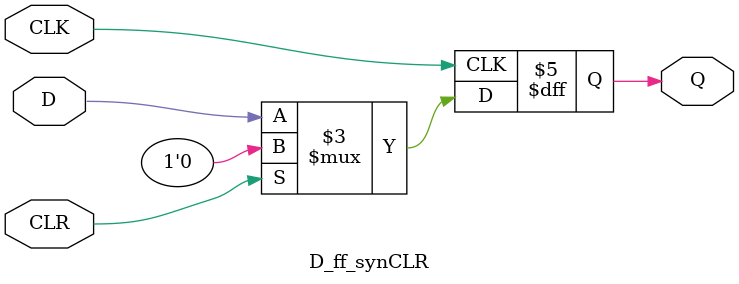
<source format=v>
module D_ff_synCLR(CLK, CLR, D, Q);
	input CLK, CLR, D;
	output reg Q;
	
	always @ (posedge CLK)
		if (CLR) Q <= 0;
		else Q <= D;
endmodule 
</source>
